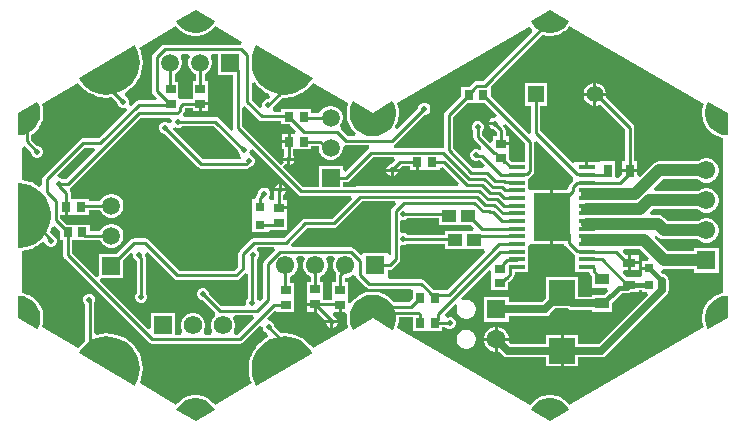
<source format=gbr>
G04*
G04 #@! TF.GenerationSoftware,Altium Limited,Altium Designer,25.8.1 (18)*
G04*
G04 Layer_Physical_Order=1*
G04 Layer_Color=255*
%FSLAX25Y25*%
%MOIN*%
G70*
G04*
G04 #@! TF.SameCoordinates,4BE62294-00A5-47EF-9B78-CB70749D35C4*
G04*
G04*
G04 #@! TF.FilePolarity,Positive*
G04*
G01*
G75*
%ADD13C,0.01000*%
%ADD16R,0.03197X0.02985*%
%ADD17R,0.05550X0.01400*%
%ADD18R,0.03543X0.03150*%
%ADD19R,0.02985X0.03197*%
%ADD20R,0.03740X0.03150*%
%ADD21R,0.03150X0.03150*%
%ADD22R,0.04355X0.02977*%
%ADD23R,0.02977X0.04355*%
%ADD24R,0.02756X0.02756*%
%ADD25R,0.08898X0.08504*%
%ADD26R,0.04749X0.03765*%
%ADD27R,0.03543X0.02953*%
%ADD28R,0.04748X0.04166*%
G04:AMPARAMS|DCode=29|XSize=39.37mil|YSize=39.37mil|CornerRadius=19.68mil|HoleSize=0mil|Usage=FLASHONLY|Rotation=150.000|XOffset=0mil|YOffset=0mil|HoleType=Round|Shape=RoundedRectangle|*
%AMROUNDEDRECTD29*
21,1,0.03937,0.00000,0,0,150.0*
21,1,0.00000,0.03937,0,0,150.0*
1,1,0.03937,0.00000,0.00000*
1,1,0.03937,0.00000,0.00000*
1,1,0.03937,0.00000,0.00000*
1,1,0.03937,0.00000,0.00000*
%
%ADD29ROUNDEDRECTD29*%
G04:AMPARAMS|DCode=30|XSize=39.37mil|YSize=39.37mil|CornerRadius=19.68mil|HoleSize=0mil|Usage=FLASHONLY|Rotation=90.000|XOffset=0mil|YOffset=0mil|HoleType=Round|Shape=RoundedRectangle|*
%AMROUNDEDRECTD30*
21,1,0.03937,0.00000,0,0,90.0*
21,1,0.00000,0.03937,0,0,90.0*
1,1,0.03937,0.00000,0.00000*
1,1,0.03937,0.00000,0.00000*
1,1,0.03937,0.00000,0.00000*
1,1,0.03937,0.00000,0.00000*
%
%ADD30ROUNDEDRECTD30*%
G04:AMPARAMS|DCode=31|XSize=39.37mil|YSize=39.37mil|CornerRadius=19.68mil|HoleSize=0mil|Usage=FLASHONLY|Rotation=210.000|XOffset=0mil|YOffset=0mil|HoleType=Round|Shape=RoundedRectangle|*
%AMROUNDEDRECTD31*
21,1,0.03937,0.00000,0,0,210.0*
21,1,0.00000,0.03937,0,0,210.0*
1,1,0.03937,0.00000,0.00000*
1,1,0.03937,0.00000,0.00000*
1,1,0.03937,0.00000,0.00000*
1,1,0.03937,0.00000,0.00000*
%
%ADD31ROUNDEDRECTD31*%
%ADD32R,0.12200X0.15900*%
%ADD40R,0.05984X0.05984*%
%ADD41C,0.05984*%
%ADD47R,0.05984X0.05984*%
%ADD48C,0.06181*%
%ADD49R,0.06181X0.06181*%
%ADD51C,0.01600*%
%ADD52C,0.02500*%
%ADD53C,0.04000*%
%ADD54C,0.01800*%
%ADD55C,0.06102*%
%ADD56R,0.06102X0.06102*%
%ADD57R,0.06102X0.06102*%
%ADD58C,0.05512*%
%ADD59R,0.05512X0.05512*%
%ADD60C,0.06299*%
%ADD61R,0.06299X0.06299*%
%ADD62C,0.01968*%
G36*
X64531Y64719D02*
X64219Y64143D01*
X63399Y63120D01*
X62410Y62259D01*
X61284Y61589D01*
X60056Y61129D01*
X58766Y60896D01*
X57455D01*
X56164Y61129D01*
X54936Y61589D01*
X53810Y62259D01*
X52821Y63120D01*
X52001Y64143D01*
X51688Y64719D01*
X51688Y64719D01*
X58110Y68416D01*
X64531Y64719D01*
D02*
G37*
G36*
X-53579D02*
X-53891Y64143D01*
X-54711Y63120D01*
X-55700Y62259D01*
X-56826Y61589D01*
X-58054Y61129D01*
X-59345Y60896D01*
X-60655D01*
X-61946Y61129D01*
X-63174Y61589D01*
X-64300Y62259D01*
X-65289Y63120D01*
X-66109Y64143D01*
X-66422Y64719D01*
X-66422Y64719D01*
X-60000Y68416D01*
X-53579Y64719D01*
D02*
G37*
G36*
X109439Y37145D02*
X109192Y36511D01*
X109176Y36421D01*
X109142Y36336D01*
X108891Y35049D01*
X108891Y34958D01*
X108872Y34868D01*
X108854Y33557D01*
X108871Y33467D01*
X108868Y33375D01*
X109084Y32082D01*
X109117Y31996D01*
X109130Y31906D01*
X109573Y30672D01*
X109620Y30593D01*
X109650Y30506D01*
X110305Y29371D01*
X110366Y29302D01*
X110410Y29222D01*
X111258Y28221D01*
X111329Y28164D01*
X111387Y28093D01*
X112399Y27259D01*
X112480Y27216D01*
X112550Y27156D01*
X113694Y26516D01*
X113781Y26488D01*
X113860Y26442D01*
X115100Y26016D01*
X115191Y26003D01*
X115277Y25972D01*
X115945Y25870D01*
Y-25870D01*
X115277Y-25972D01*
X115191Y-26003D01*
X115100Y-26016D01*
X113860Y-26442D01*
X113781Y-26488D01*
X113694Y-26516D01*
X112550Y-27156D01*
X112480Y-27216D01*
X112399Y-27259D01*
X111387Y-28093D01*
X111329Y-28164D01*
X111258Y-28221D01*
X110410Y-29222D01*
X110366Y-29302D01*
X110305Y-29371D01*
X109650Y-30506D01*
X109620Y-30593D01*
X109573Y-30672D01*
X109130Y-31906D01*
X109117Y-31996D01*
X109084Y-32082D01*
X108868Y-33375D01*
X108871Y-33467D01*
X108854Y-33557D01*
X108872Y-34868D01*
X108891Y-34958D01*
X108891Y-35049D01*
X109142Y-36336D01*
X109176Y-36421D01*
X109192Y-36511D01*
X109439Y-37145D01*
X64625Y-63019D01*
X64195Y-62482D01*
X64125Y-62423D01*
X64068Y-62351D01*
X63079Y-61490D01*
X63000Y-61445D01*
X62932Y-61383D01*
X61805Y-60712D01*
X61719Y-60682D01*
X61641Y-60633D01*
X60413Y-60174D01*
X60322Y-60159D01*
X60237Y-60126D01*
X58947Y-59892D01*
X58855Y-59894D01*
X58766Y-59876D01*
X57455D01*
X57364Y-59894D01*
X57273Y-59892D01*
X55983Y-60126D01*
X55897Y-60159D01*
X55807Y-60174D01*
X54579Y-60633D01*
X54501Y-60682D01*
X54415Y-60712D01*
X53288Y-61383D01*
X53220Y-61445D01*
X53141Y-61490D01*
X52152Y-62351D01*
X52096Y-62423D01*
X52025Y-62482D01*
X51595Y-63019D01*
X7137Y-37351D01*
X7428Y-36598D01*
X7444Y-36508D01*
X7478Y-36424D01*
X7739Y-35071D01*
X7739Y-34979D01*
X7757Y-34890D01*
X7769Y-33926D01*
X12308D01*
Y-38362D01*
X22230D01*
Y-37293D01*
X23278D01*
X23607Y-37622D01*
X24336Y-37924D01*
X25125D01*
X25855Y-37622D01*
X26413Y-37063D01*
X26715Y-36334D01*
Y-35545D01*
X26413Y-34815D01*
X25855Y-34257D01*
X25125Y-33955D01*
X24336D01*
X23974Y-34105D01*
X23372Y-33912D01*
X23072Y-32798D01*
X26487Y-29383D01*
X27288Y-29997D01*
X27275Y-30018D01*
X27060Y-30823D01*
Y-31657D01*
X27275Y-32462D01*
X27692Y-33184D01*
X28281Y-33773D01*
X29003Y-34190D01*
X29808Y-34405D01*
X30642D01*
X31447Y-34190D01*
X32168Y-33773D01*
X32758Y-33184D01*
X33174Y-32462D01*
X33390Y-31657D01*
Y-30823D01*
X33174Y-30018D01*
X32758Y-29296D01*
X32168Y-28707D01*
X31447Y-28290D01*
X30642Y-28074D01*
X29808D01*
X29003Y-28290D01*
X28982Y-28303D01*
X28367Y-27503D01*
X37657Y-18213D01*
X38581Y-18596D01*
Y-20200D01*
Y-24925D01*
X44124D01*
Y-22155D01*
X44331Y-22114D01*
X44827Y-21782D01*
X45930Y-20678D01*
X46262Y-20182D01*
X46378Y-19597D01*
Y-18898D01*
X50899D01*
Y-16339D01*
Y-13780D01*
Y-10118D01*
X51649Y-9515D01*
X51899Y-9515D01*
X58249D01*
Y-565D01*
Y8385D01*
X51899D01*
X51649Y8385D01*
X50899Y8989D01*
Y12287D01*
X50946Y12297D01*
X51443Y12628D01*
X52480Y13666D01*
X52812Y14162D01*
X52928Y14747D01*
Y24341D01*
X53744Y24766D01*
X53896Y24787D01*
X65811Y12872D01*
X65962Y12230D01*
X65811Y11588D01*
X64682Y10459D01*
X64350Y9962D01*
X64234Y9377D01*
Y9158D01*
X63461Y8385D01*
X59249D01*
Y-565D01*
Y-9515D01*
X62903D01*
X62936Y-9678D01*
X63267Y-10174D01*
X66055Y-12962D01*
X66551Y-13293D01*
X66599Y-13303D01*
Y-16339D01*
Y-18898D01*
X71215D01*
X71236Y-19003D01*
X71567Y-19499D01*
X72105Y-20037D01*
Y-24130D01*
X77114D01*
X77497Y-25054D01*
X76114Y-26437D01*
X72105D01*
Y-27025D01*
X67597D01*
Y-20497D01*
X56699D01*
Y-27756D01*
X55510Y-28946D01*
X44374D01*
Y-27090D01*
X36075D01*
Y-35390D01*
X44374D01*
Y-33534D01*
X56460D01*
X57338Y-33359D01*
X58082Y-32862D01*
X59944Y-31001D01*
X63989D01*
X64644Y-31438D01*
X65522Y-31613D01*
X72105D01*
Y-32201D01*
X78854D01*
Y-29176D01*
X82049Y-25981D01*
X83642D01*
X84383Y-25833D01*
X84817Y-25544D01*
X87808D01*
Y-24989D01*
X88882D01*
Y-25426D01*
X90335D01*
X90718Y-26350D01*
X74322Y-42746D01*
X67597D01*
Y-39788D01*
X62648D01*
Y-45040D01*
Y-50292D01*
X67597D01*
Y-47334D01*
X75273D01*
X76150Y-47159D01*
X76895Y-46662D01*
X97107Y-26449D01*
X97605Y-25705D01*
X97779Y-24827D01*
Y-21761D01*
X97605Y-20883D01*
X97107Y-20139D01*
X96363Y-19642D01*
X95861Y-19542D01*
X95206Y-18887D01*
X95673Y-17940D01*
X96100Y-17996D01*
X106222D01*
Y-19021D01*
X114324D01*
Y-10919D01*
X106222D01*
Y-11944D01*
X97354D01*
X93076Y-7667D01*
X93405Y-6582D01*
X93470Y-6569D01*
X94011Y-7109D01*
X94637Y-7590D01*
X95367Y-7893D01*
X96150Y-7996D01*
X107570D01*
X107786Y-8212D01*
X108710Y-8745D01*
X109740Y-9021D01*
X110807D01*
X111837Y-8745D01*
X112761Y-8212D01*
X113515Y-7457D01*
X114048Y-6534D01*
X114324Y-5503D01*
Y-4436D01*
X114048Y-3406D01*
X113515Y-2482D01*
X112761Y-1728D01*
X111837Y-1195D01*
X110807Y-919D01*
X109740D01*
X108710Y-1195D01*
X107786Y-1728D01*
X107570Y-1944D01*
X97404D01*
X96152Y-692D01*
X95525Y-212D01*
X94796Y91D01*
X94012Y194D01*
X91848D01*
X91465Y1118D01*
X92352Y2004D01*
X107570D01*
X107786Y1788D01*
X108710Y1255D01*
X109740Y979D01*
X110807D01*
X111837Y1255D01*
X112761Y1788D01*
X113515Y2543D01*
X114048Y3466D01*
X114324Y4497D01*
Y5564D01*
X114048Y6594D01*
X113515Y7518D01*
X112761Y8272D01*
X111837Y8805D01*
X110807Y9081D01*
X109740D01*
X108710Y8805D01*
X107786Y8272D01*
X107570Y8056D01*
X93087D01*
X92704Y8980D01*
X95728Y12004D01*
X107570D01*
X107786Y11788D01*
X108710Y11255D01*
X109740Y10979D01*
X110807D01*
X111837Y11255D01*
X112761Y11788D01*
X113515Y12543D01*
X114048Y13466D01*
X114324Y14497D01*
Y15563D01*
X114048Y16594D01*
X113515Y17518D01*
X112761Y18272D01*
X111837Y18805D01*
X110807Y19081D01*
X109740D01*
X108710Y18805D01*
X107786Y18272D01*
X107570Y18056D01*
X94475D01*
X93692Y17953D01*
X92962Y17651D01*
X92335Y17170D01*
X88159Y12993D01*
X87235Y13376D01*
Y14400D01*
X84746D01*
X82257D01*
Y13885D01*
X80951Y12579D01*
X79951Y12719D01*
Y18078D01*
X75021D01*
X74974Y18078D01*
Y18078D01*
X74149Y17769D01*
X74149Y17769D01*
X72101D01*
X71953Y17798D01*
X71806Y17769D01*
X70874D01*
Y16069D01*
X69874D01*
Y17769D01*
X66599D01*
Y17717D01*
X65675Y17334D01*
X54962Y28047D01*
Y36641D01*
X57189D01*
Y44153D01*
X49677D01*
Y36641D01*
X51903D01*
Y27728D01*
X51088Y27303D01*
X50935Y27282D01*
X38430Y39787D01*
Y42822D01*
X38430D01*
X38320Y43086D01*
X55517Y60283D01*
X55807Y60174D01*
X55897Y60159D01*
X55983Y60126D01*
X57273Y59892D01*
X57365Y59894D01*
X57455Y59876D01*
X58766D01*
X58855Y59894D01*
X58947Y59892D01*
X60237Y60126D01*
X60322Y60159D01*
X60413Y60174D01*
X61641Y60633D01*
X61719Y60682D01*
X61805Y60712D01*
X62932Y61383D01*
X63000Y61445D01*
X63079Y61490D01*
X64068Y62351D01*
X64125Y62423D01*
X64195Y62482D01*
X64625Y63019D01*
X109439Y37145D01*
D02*
G37*
G36*
X-44561Y57866D02*
X-44879Y56910D01*
X-70353D01*
X-70938Y56793D01*
X-71434Y56462D01*
X-74066Y53831D01*
X-74397Y53334D01*
X-74514Y52749D01*
Y41508D01*
X-74397Y40922D01*
X-74066Y40426D01*
X-72959Y39319D01*
X-73342Y38396D01*
X-79014D01*
X-79599Y38279D01*
X-80095Y37948D01*
X-81404Y36639D01*
X-82251Y37205D01*
X-82124Y37513D01*
Y38303D01*
X-82426Y39032D01*
X-82984Y39590D01*
X-83477Y39795D01*
X-83656Y40586D01*
X-83649Y40664D01*
X-83554Y40905D01*
X-82858Y41307D01*
X-82796Y41360D01*
X-82724Y41399D01*
X-81385Y42486D01*
X-81333Y42549D01*
X-81268Y42598D01*
X-80118Y43883D01*
X-80077Y43954D01*
X-80020Y44012D01*
X-79088Y45464D01*
X-79058Y45540D01*
X-79012Y45606D01*
X-78321Y47187D01*
X-78304Y47267D01*
X-78268Y47340D01*
X-77837Y49010D01*
X-77832Y49091D01*
X-77809Y49169D01*
X-77647Y50887D01*
X-77655Y50968D01*
X-77644Y51049D01*
X-77756Y52770D01*
X-77777Y52849D01*
X-77779Y52930D01*
X-78162Y54612D01*
X-78195Y54686D01*
X-78210Y54766D01*
X-78700Y55984D01*
X-66515Y63019D01*
X-66085Y62482D01*
X-66014Y62423D01*
X-65958Y62351D01*
X-64969Y61490D01*
X-64890Y61445D01*
X-64822Y61383D01*
X-63695Y60712D01*
X-63609Y60682D01*
X-63531Y60633D01*
X-62303Y60174D01*
X-62213Y60159D01*
X-62127Y60126D01*
X-60837Y59892D01*
X-60745Y59894D01*
X-60655Y59876D01*
X-59345D01*
X-59254Y59894D01*
X-59163Y59892D01*
X-57873Y60126D01*
X-57788Y60159D01*
X-57697Y60174D01*
X-56469Y60633D01*
X-56391Y60682D01*
X-56305Y60712D01*
X-55178Y61383D01*
X-55110Y61445D01*
X-55031Y61490D01*
X-54042Y62351D01*
X-53986Y62423D01*
X-53915Y62482D01*
X-53485Y63019D01*
X-44561Y57866D01*
D02*
G37*
G36*
X-21016Y45906D02*
X-21434Y45152D01*
X-22498Y43794D01*
X-23764Y42621D01*
X-25198Y41664D01*
X-26767Y40946D01*
X-28429Y40485D01*
X-30143Y40293D01*
X-31866Y40374D01*
X-33554Y40727D01*
X-35166Y41343D01*
X-36659Y42206D01*
X-37997Y43294D01*
X-39147Y44581D01*
X-40078Y46033D01*
X-40767Y47614D01*
X-41198Y49284D01*
X-41359Y51001D01*
X-41246Y52723D01*
X-40863Y54404D01*
X-40218Y56004D01*
X-39773Y56743D01*
X-39773D01*
X-21016Y45906D01*
D02*
G37*
G36*
X-79800Y55986D02*
X-79156Y54386D01*
X-78773Y52704D01*
X-78662Y50983D01*
X-78824Y49265D01*
X-79256Y47595D01*
X-79946Y46015D01*
X-80878Y44563D01*
X-82028Y43277D01*
X-83367Y42190D01*
X-84861Y41328D01*
X-86473Y40713D01*
X-88161Y40361D01*
X-89885Y40281D01*
X-91599Y40474D01*
X-93261Y40936D01*
X-94828Y41655D01*
X-96263Y42614D01*
X-97527Y43787D01*
X-98590Y45145D01*
X-99007Y45900D01*
X-99007Y45900D01*
X-80244Y56725D01*
X-79800Y55986D01*
D02*
G37*
G36*
X-9027Y37351D02*
X-9318Y36598D01*
X-9334Y36508D01*
X-9368Y36424D01*
X-9629Y35071D01*
X-9629Y34979D01*
X-9647Y34890D01*
X-9663Y33512D01*
X-9647Y33422D01*
X-9649Y33331D01*
X-9420Y31973D01*
X-9388Y31887D01*
X-9374Y31797D01*
X-8907Y30501D01*
X-8860Y30423D01*
X-8830Y30336D01*
X-8140Y29144D01*
X-8080Y29075D01*
X-8035Y28995D01*
X-7144Y27945D01*
X-7073Y27888D01*
X-7014Y27817D01*
X-6545Y27431D01*
X-6903Y26431D01*
X-9299D01*
X-11671Y28802D01*
X-11691Y28825D01*
X-11856Y30020D01*
X-11848Y30038D01*
X-11782Y30105D01*
X-11256Y31015D01*
X-10984Y32030D01*
Y33082D01*
X-11256Y34097D01*
X-11782Y35007D01*
X-12525Y35751D01*
X-13435Y36276D01*
X-14451Y36548D01*
X-15502D01*
X-16517Y36276D01*
X-17428Y35751D01*
X-18171Y35007D01*
X-18696Y34097D01*
X-18699Y34086D01*
X-21530D01*
Y35548D01*
X-31452D01*
Y34562D01*
X-33810D01*
X-34224Y35562D01*
X-34134Y35652D01*
X-33832Y36381D01*
Y36498D01*
X-31017Y39313D01*
X-30191Y39274D01*
X-30111Y39286D01*
X-30029Y39279D01*
X-28315Y39472D01*
X-28238Y39496D01*
X-28156Y39502D01*
X-26494Y39963D01*
X-26421Y40000D01*
X-26342Y40019D01*
X-24774Y40737D01*
X-24708Y40785D01*
X-24633Y40816D01*
X-23198Y41773D01*
X-23140Y41831D01*
X-23070Y41874D01*
X-21805Y43046D01*
X-21757Y43112D01*
X-21696Y43165D01*
X-20886Y44198D01*
X-9027Y37351D01*
D02*
G37*
G36*
X-61969Y52851D02*
X-62213Y52429D01*
X-62485Y51414D01*
Y50363D01*
X-62213Y49347D01*
X-61687Y48437D01*
X-60944Y47694D01*
X-60033Y47168D01*
X-60022Y47165D01*
Y44706D01*
X-60987D01*
Y38806D01*
X-64184D01*
X-64707Y38702D01*
X-64791Y38703D01*
X-65707Y39266D01*
Y44534D01*
X-66963D01*
Y47165D01*
X-66952Y47168D01*
X-66041Y47694D01*
X-65298Y48437D01*
X-64772Y49347D01*
X-64500Y50363D01*
Y51414D01*
X-64772Y52429D01*
X-65016Y52851D01*
X-64447Y53851D01*
X-62538D01*
X-61969Y52851D01*
D02*
G37*
G36*
X-40005Y44030D02*
X-39948Y43971D01*
X-39907Y43901D01*
X-38758Y42615D01*
X-38693Y42566D01*
X-38641Y42503D01*
X-37303Y41415D01*
X-37231Y41377D01*
X-37169Y41323D01*
X-35676Y40460D01*
X-35599Y40434D01*
X-35428Y40152D01*
X-35291Y39509D01*
X-35953Y38760D01*
X-36211D01*
X-36941Y38458D01*
X-37499Y37900D01*
X-37801Y37171D01*
Y36443D01*
X-37970Y36294D01*
X-38692Y35921D01*
X-41330Y38558D01*
Y44244D01*
X-40330Y44537D01*
X-40005Y44030D01*
D02*
G37*
G36*
X-52485Y46896D02*
X-47530D01*
Y29327D01*
X-47444Y28894D01*
X-47805Y28542D01*
X-48268Y28305D01*
X-52337Y32373D01*
X-52833Y32705D01*
X-53418Y32821D01*
X-63800D01*
X-64214Y33821D01*
X-64126Y33910D01*
X-63795Y34406D01*
X-63678Y34991D01*
Y35620D01*
X-63551Y35747D01*
X-60987D01*
Y34784D01*
X-58888D01*
Y37277D01*
X-58388D01*
Y37777D01*
X-55790D01*
Y39721D01*
Y44706D01*
X-56963D01*
Y47165D01*
X-56951Y47168D01*
X-56041Y47694D01*
X-55298Y48437D01*
X-54772Y49347D01*
X-54500Y50363D01*
Y51414D01*
X-54772Y52429D01*
X-55016Y52851D01*
X-54447Y53851D01*
X-52485D01*
Y46896D01*
D02*
G37*
G36*
X-67774Y31762D02*
X-67870Y31176D01*
X-68918Y30810D01*
X-69087Y30979D01*
X-69816Y31281D01*
X-70606D01*
X-71335Y30979D01*
X-71893Y30421D01*
X-72196Y29692D01*
Y28902D01*
X-71893Y28173D01*
X-71335Y27615D01*
X-70606Y27313D01*
X-70402D01*
X-59162Y16072D01*
X-58666Y15741D01*
X-58080Y15624D01*
X-42979D01*
X-42394Y15741D01*
X-41898Y16072D01*
X-41878Y16092D01*
X-41868D01*
X-41139Y16394D01*
X-40581Y16952D01*
X-40279Y17682D01*
Y18471D01*
X-40581Y19200D01*
X-41139Y19759D01*
X-41712Y19996D01*
X-41961Y20331D01*
X-42209Y21061D01*
X-42012Y21537D01*
Y21762D01*
X-41012Y22176D01*
X-25818Y6983D01*
X-25322Y6651D01*
X-24737Y6535D01*
X-8289D01*
X-7906Y5611D01*
X-14655Y-1137D01*
X-23555D01*
X-24140Y-1254D01*
X-24636Y-1585D01*
X-30608Y-7557D01*
X-40523D01*
X-41108Y-7673D01*
X-41604Y-8005D01*
X-45316Y-11717D01*
X-45648Y-12213D01*
X-45764Y-12799D01*
Y-17065D01*
X-47123Y-18424D01*
X-65442D01*
X-75860Y-8005D01*
X-76357Y-7673D01*
X-76942Y-7557D01*
X-80433D01*
X-81018Y-7673D01*
X-81514Y-8005D01*
X-86243Y-12734D01*
X-92065D01*
Y-20134D01*
X-93065Y-20548D01*
X-101162Y-12451D01*
Y-8257D01*
X-95262D01*
Y-8256D01*
X-91796D01*
X-91793Y-8267D01*
X-91267Y-9177D01*
X-90524Y-9921D01*
X-89613Y-10446D01*
X-88598Y-10718D01*
X-87547D01*
X-86532Y-10446D01*
X-85621Y-9921D01*
X-84878Y-9177D01*
X-84352Y-8267D01*
X-84080Y-7252D01*
Y-6201D01*
X-84352Y-5185D01*
X-84878Y-4275D01*
X-85621Y-3532D01*
X-86532Y-3006D01*
X-87547Y-2734D01*
X-88598D01*
X-89613Y-3006D01*
X-90524Y-3532D01*
X-91267Y-4275D01*
X-91793Y-5185D01*
X-91796Y-5197D01*
X-95262D01*
Y-3059D01*
X-103021D01*
X-105063Y-1017D01*
Y223D01*
X-103592D01*
Y2822D01*
X-102592D01*
Y223D01*
X-95662D01*
Y1744D01*
X-91796D01*
X-91793Y1733D01*
X-91267Y823D01*
X-90524Y79D01*
X-89613Y-446D01*
X-88598Y-718D01*
X-87547D01*
X-86532Y-446D01*
X-85621Y79D01*
X-84878Y823D01*
X-84352Y1733D01*
X-84080Y2748D01*
Y3799D01*
X-84352Y4815D01*
X-84878Y5725D01*
X-85621Y6468D01*
X-86532Y6994D01*
X-87547Y7266D01*
X-88598D01*
X-89613Y6994D01*
X-90524Y6468D01*
X-91267Y5725D01*
X-91793Y4815D01*
X-91796Y4803D01*
X-95662D01*
Y5421D01*
X-101562D01*
Y7328D01*
X-101679Y7913D01*
X-101788Y8077D01*
X-101914Y8602D01*
X-101541Y9354D01*
X-101522Y9367D01*
X-78305Y32583D01*
X-68368D01*
X-67774Y31762D01*
D02*
G37*
G36*
X-45981Y21691D02*
Y21537D01*
X-45678Y20808D01*
X-45120Y20249D01*
X-45119Y20249D01*
X-44724Y19088D01*
X-45017Y18683D01*
X-57447D01*
X-67634Y28870D01*
X-67622Y28943D01*
X-67401Y29111D01*
X-66528Y29434D01*
X-66090Y29253D01*
X-65301D01*
X-64571Y29555D01*
X-64364Y29762D01*
X-54052D01*
X-45981Y21691D01*
D02*
G37*
G36*
X117374Y34209D02*
X117383Y26799D01*
X116727Y26781D01*
X115431Y26980D01*
X114192Y27406D01*
X113048Y28046D01*
X112036Y28880D01*
X111188Y29881D01*
X110533Y31016D01*
X110090Y32250D01*
X109874Y33543D01*
X109892Y34854D01*
X110142Y36141D01*
X110618Y37363D01*
X110961Y37921D01*
X110961D01*
X117374Y34209D01*
D02*
G37*
G36*
X-112495Y37363D02*
X-112019Y36141D01*
X-111769Y34854D01*
X-111751Y33543D01*
X-111967Y32250D01*
X-112410Y31016D01*
X-113065Y29880D01*
X-113913Y28880D01*
X-114925Y28046D01*
X-116069Y27406D01*
X-117309Y26980D01*
X-118605Y26781D01*
X-119260Y26799D01*
Y26799D01*
X-119251Y34209D01*
X-112838Y37921D01*
X-112495Y37363D01*
D02*
G37*
G36*
X-945Y34321D02*
X5621Y38103D01*
X5980Y37515D01*
X6477Y36230D01*
X6738Y34878D01*
X6754Y33501D01*
X6525Y32142D01*
X6058Y30847D01*
X5368Y29655D01*
X4477Y28604D01*
X3413Y27729D01*
X2211Y27057D01*
X908Y26610D01*
X-454Y26401D01*
X-945Y26414D01*
X-1436Y26401D01*
X-2798Y26610D01*
X-4101Y27057D01*
X-5303Y27729D01*
X-6367Y28604D01*
X-7258Y29655D01*
X-7948Y30847D01*
X-8415Y32142D01*
X-8644Y33501D01*
X-8628Y34878D01*
X-8367Y36230D01*
X-7870Y37515D01*
X-7511Y38103D01*
Y38103D01*
X-945Y34321D01*
D02*
G37*
G36*
X40320Y33571D02*
X39839Y32638D01*
X39369D01*
X38640Y32336D01*
X38082Y31778D01*
X37824Y31154D01*
X39764D01*
Y30154D01*
X37824D01*
X38082Y29530D01*
X38640Y28972D01*
X39369Y28670D01*
X39414D01*
X40317Y27767D01*
Y26508D01*
X39075D01*
Y24706D01*
X38151Y24324D01*
X35603Y26871D01*
Y28201D01*
X35681Y28278D01*
X35983Y29008D01*
Y29797D01*
X35681Y30526D01*
X35122Y31084D01*
X34393Y31387D01*
X33604D01*
X32875Y31084D01*
X32316Y30526D01*
X32014Y29797D01*
Y29008D01*
X32316Y28278D01*
X32545Y28050D01*
Y26238D01*
X32661Y25653D01*
X32993Y25157D01*
X35141Y23008D01*
X35010Y22001D01*
X34892Y21843D01*
X34581Y21825D01*
X33851Y22127D01*
X33062D01*
X32333Y21825D01*
X31775Y21267D01*
X31472Y20538D01*
Y19748D01*
X31775Y19019D01*
X32333Y18461D01*
X33062Y18159D01*
X33851D01*
X34390Y18382D01*
X34846D01*
X36373Y16855D01*
X35959Y15855D01*
X32602D01*
X25879Y22579D01*
Y32832D01*
X30671Y37625D01*
X36267D01*
X40320Y33571D01*
D02*
G37*
G36*
X52094Y62263D02*
X52216Y61308D01*
X35759Y44851D01*
X33823D01*
X33238Y44735D01*
X32742Y44403D01*
X31863Y43525D01*
X31532Y43029D01*
X31531Y43023D01*
X31330Y42822D01*
X28508D01*
Y39787D01*
X23268Y34547D01*
X22936Y34051D01*
X22820Y33466D01*
Y22787D01*
X22484Y22511D01*
X6208D01*
X6022Y23418D01*
X6041Y23511D01*
X6504Y23820D01*
X16307Y33623D01*
X16686D01*
X17415Y33925D01*
X17974Y34483D01*
X18276Y35213D01*
Y36002D01*
X17974Y36731D01*
X17415Y37290D01*
X16686Y37592D01*
X15897D01*
X15167Y37290D01*
X14609Y36731D01*
X14307Y36002D01*
Y35949D01*
X7273Y28916D01*
X6474Y29530D01*
X6940Y30336D01*
X6970Y30422D01*
X7017Y30501D01*
X7484Y31797D01*
X7498Y31887D01*
X7530Y31973D01*
X7759Y33331D01*
X7757Y33422D01*
X7773Y33512D01*
X7757Y34890D01*
X7739Y34979D01*
X7739Y35071D01*
X7478Y36423D01*
X7444Y36508D01*
X7428Y36598D01*
X7137Y37351D01*
X51074Y62717D01*
X52094Y62263D01*
D02*
G37*
G36*
X-98330Y43159D02*
X-98268Y43105D01*
X-98221Y43039D01*
X-96956Y41866D01*
X-96887Y41824D01*
X-96829Y41766D01*
X-95395Y40808D01*
X-95319Y40777D01*
X-95253Y40729D01*
X-93686Y40009D01*
X-93606Y39991D01*
X-93534Y39954D01*
X-91872Y39492D01*
X-91790Y39486D01*
X-91713Y39461D01*
X-89999Y39268D01*
X-89918Y39274D01*
X-89837Y39262D01*
X-88114Y39343D01*
X-88035Y39362D01*
X-87953Y39363D01*
X-87787Y39398D01*
X-86092Y37703D01*
Y37513D01*
X-85790Y36784D01*
X-85232Y36226D01*
X-84503Y35924D01*
X-83713D01*
X-83405Y36051D01*
X-82839Y35204D01*
X-92341Y25702D01*
X-97561D01*
X-98146Y25585D01*
X-98642Y25254D01*
X-110582Y13314D01*
X-110914Y12818D01*
X-111030Y12232D01*
Y10040D01*
X-112030Y9523D01*
X-112912Y10150D01*
X-112986Y10183D01*
X-113051Y10233D01*
X-114597Y10997D01*
X-114676Y11018D01*
X-114748Y11056D01*
X-116395Y11566D01*
X-116477Y11575D01*
X-116553Y11602D01*
X-117834Y11783D01*
Y22622D01*
X-116834Y23037D01*
X-114866Y21068D01*
Y20852D01*
X-114564Y20122D01*
X-114005Y19564D01*
X-113276Y19262D01*
X-112487D01*
X-111758Y19564D01*
X-111199Y20122D01*
X-110897Y20852D01*
Y21641D01*
X-111199Y22370D01*
X-111758Y22929D01*
X-112487Y23231D01*
X-112703D01*
X-114797Y25324D01*
Y26950D01*
X-114427Y27156D01*
X-114357Y27216D01*
X-114276Y27259D01*
X-113264Y28093D01*
X-113206Y28164D01*
X-113135Y28221D01*
X-112287Y29222D01*
X-112243Y29302D01*
X-112182Y29371D01*
X-111527Y30506D01*
X-111497Y30593D01*
X-111450Y30672D01*
X-111007Y31906D01*
X-110994Y31996D01*
X-110961Y32082D01*
X-110745Y33375D01*
X-110748Y33467D01*
X-110731Y33557D01*
X-110749Y34868D01*
X-110768Y34958D01*
X-110768Y35049D01*
X-111019Y36336D01*
X-111053Y36421D01*
X-111069Y36511D01*
X-111319Y37151D01*
X-99134Y44186D01*
X-98330Y43159D01*
D02*
G37*
G36*
X49869Y24022D02*
Y17769D01*
X45512D01*
X44618Y18662D01*
Y21358D01*
Y23433D01*
X41847D01*
Y24433D01*
X44618D01*
Y26508D01*
X43376D01*
Y28400D01*
X43260Y28985D01*
X42928Y29482D01*
X42446Y29963D01*
X42455Y30022D01*
X43522Y30369D01*
X49869Y24022D01*
D02*
G37*
G36*
X-39048Y31951D02*
X-38552Y31620D01*
X-37967Y31503D01*
X-31452D01*
Y30351D01*
X-28630D01*
X-28429Y30150D01*
X-28428Y30145D01*
X-28096Y29648D01*
X-26612Y28164D01*
X-26995Y27240D01*
X-28354D01*
Y24642D01*
X-28854D01*
Y24142D01*
X-31347D01*
Y22043D01*
X-30449D01*
Y20028D01*
X-30666Y19810D01*
X-30925Y19186D01*
X-27044D01*
X-27302Y19810D01*
X-27390Y19898D01*
Y22043D01*
X-21425D01*
Y23112D01*
X-19044D01*
X-18969Y23037D01*
Y22030D01*
X-18696Y21015D01*
X-18171Y20105D01*
X-17428Y19362D01*
X-16517Y18836D01*
X-15502Y18564D01*
X-14451D01*
X-13435Y18836D01*
X-12525Y19362D01*
X-11782Y20105D01*
X-11256Y21015D01*
X-10984Y22030D01*
Y22639D01*
X-10934Y22730D01*
X-10210Y23334D01*
X-10032Y23392D01*
X-9933Y23372D01*
X-2274D01*
X-2088Y22465D01*
X-2108Y22372D01*
X-2570Y22063D01*
X-9984Y14649D01*
X-10984Y15063D01*
Y16548D01*
X-18969D01*
Y9593D01*
X-24103D01*
X-30801Y16291D01*
X-30108Y17004D01*
X-29484Y16746D01*
Y18186D01*
X-30925D01*
X-30666Y17562D01*
X-31379Y16869D01*
X-44471Y29961D01*
Y35959D01*
X-43471Y36373D01*
X-39048Y31951D01*
D02*
G37*
G36*
X-93495Y21719D02*
X-103138Y12076D01*
X-104196D01*
X-104377Y12258D01*
X-105106Y12560D01*
X-105596D01*
X-106082Y13460D01*
X-106087Y13484D01*
X-96927Y22643D01*
X-93878D01*
X-93495Y21719D01*
D02*
G37*
G36*
X6543Y18452D02*
X5113Y17023D01*
X5083D01*
X4354Y16721D01*
X3795Y16162D01*
X3537Y15538D01*
X7955D01*
X8770Y16354D01*
X11450D01*
Y15284D01*
X13442D01*
Y17883D01*
X14442D01*
Y15284D01*
X21372D01*
Y15829D01*
X22372Y16103D01*
X27696Y10779D01*
X27313Y9855D01*
X-5857D01*
X-6443Y9738D01*
X-6659Y9593D01*
X-10984D01*
Y11027D01*
X-9914D01*
X-9329Y11143D01*
X-8833Y11475D01*
X-855Y19452D01*
X6129D01*
X6543Y18452D01*
D02*
G37*
G36*
X21023Y-3148D02*
X31916D01*
X32894Y-4127D01*
X32512Y-5051D01*
X23057D01*
Y-6343D01*
X10558D01*
X10405Y-6190D01*
X9676Y-5888D01*
X8887D01*
X8239Y-5455D01*
Y-1787D01*
X8887Y-1354D01*
X9676D01*
X10405Y-1052D01*
X10558Y-900D01*
X21023D01*
Y-3148D01*
D02*
G37*
G36*
X-105183Y-5222D02*
Y-8257D01*
X-104220D01*
Y-13084D01*
X-104104Y-13670D01*
X-103772Y-14166D01*
X-75651Y-42287D01*
X-75155Y-42619D01*
X-74569Y-42735D01*
X-45145D01*
X-44559Y-42619D01*
X-44063Y-42287D01*
X-38674Y-36898D01*
X-37674Y-37312D01*
Y-37648D01*
X-37372Y-38378D01*
X-36814Y-38936D01*
X-36084Y-39238D01*
X-35806Y-40212D01*
X-35919Y-40601D01*
X-37143Y-41307D01*
X-37204Y-41360D01*
X-37276Y-41399D01*
X-38615Y-42486D01*
X-38667Y-42549D01*
X-38732Y-42598D01*
X-39882Y-43883D01*
X-39923Y-43954D01*
X-39980Y-44012D01*
X-40912Y-45464D01*
X-40942Y-45540D01*
X-40988Y-45606D01*
X-41679Y-47187D01*
X-41696Y-47267D01*
X-41732Y-47340D01*
X-42163Y-49010D01*
X-42168Y-49091D01*
X-42191Y-49169D01*
X-42353Y-50887D01*
X-42345Y-50968D01*
X-42356Y-51049D01*
X-42244Y-52770D01*
X-42223Y-52849D01*
X-42221Y-52930D01*
X-41838Y-54612D01*
X-41805Y-54686D01*
X-41790Y-54766D01*
X-41300Y-55984D01*
X-53485Y-63019D01*
X-53915Y-62482D01*
X-53986Y-62423D01*
X-54042Y-62351D01*
X-55031Y-61490D01*
X-55110Y-61445D01*
X-55178Y-61383D01*
X-56305Y-60712D01*
X-56391Y-60682D01*
X-56469Y-60633D01*
X-57697Y-60174D01*
X-57788Y-60159D01*
X-57873Y-60126D01*
X-59163Y-59892D01*
X-59254Y-59894D01*
X-59345Y-59876D01*
X-60655D01*
X-60746Y-59894D01*
X-60837Y-59892D01*
X-62127Y-60126D01*
X-62213Y-60159D01*
X-62303Y-60174D01*
X-63531Y-60633D01*
X-63609Y-60682D01*
X-63695Y-60712D01*
X-64822Y-61383D01*
X-64890Y-61445D01*
X-64969Y-61490D01*
X-65958Y-62351D01*
X-66014Y-62423D01*
X-66085Y-62482D01*
X-66515Y-63019D01*
X-78679Y-55995D01*
X-78192Y-54786D01*
X-78176Y-54706D01*
X-78143Y-54631D01*
X-77759Y-52949D01*
X-77757Y-52868D01*
X-77736Y-52789D01*
X-77623Y-51068D01*
X-77634Y-50987D01*
X-77626Y-50906D01*
X-77787Y-49189D01*
X-77810Y-49111D01*
X-77815Y-49029D01*
X-78245Y-47359D01*
X-78281Y-47286D01*
X-78298Y-47206D01*
X-78988Y-45625D01*
X-79034Y-45558D01*
X-79064Y-45482D01*
X-79995Y-44030D01*
X-80052Y-43971D01*
X-80093Y-43901D01*
X-81242Y-42615D01*
X-81307Y-42566D01*
X-81359Y-42503D01*
X-82697Y-41415D01*
X-82769Y-41377D01*
X-82831Y-41323D01*
X-84324Y-40460D01*
X-84401Y-40434D01*
X-84470Y-40390D01*
X-86082Y-39775D01*
X-86162Y-39761D01*
X-86237Y-39729D01*
X-87925Y-39376D01*
X-88007Y-39375D01*
X-88086Y-39355D01*
X-89809Y-39274D01*
X-89889Y-39286D01*
X-89971Y-39279D01*
X-91685Y-39472D01*
X-91763Y-39496D01*
X-91844Y-39502D01*
X-92753Y-39755D01*
X-93753Y-38994D01*
Y-29204D01*
X-93697Y-29148D01*
X-93395Y-28419D01*
Y-27630D01*
X-93697Y-26900D01*
X-94256Y-26342D01*
X-94985Y-26040D01*
X-95774D01*
X-96504Y-26342D01*
X-97062Y-26900D01*
X-97364Y-27630D01*
Y-28419D01*
X-97062Y-29148D01*
X-96812Y-29398D01*
Y-41648D01*
X-96789Y-41764D01*
X-96802Y-41773D01*
X-96860Y-41831D01*
X-96930Y-41874D01*
X-98195Y-43046D01*
X-98243Y-43112D01*
X-98304Y-43165D01*
X-99114Y-44198D01*
X-111319Y-37151D01*
X-111069Y-36511D01*
X-111053Y-36421D01*
X-111019Y-36336D01*
X-110768Y-35049D01*
X-110768Y-34958D01*
X-110749Y-34868D01*
X-110731Y-33557D01*
X-110748Y-33467D01*
X-110745Y-33375D01*
X-110961Y-32082D01*
X-110994Y-31996D01*
X-111007Y-31906D01*
X-111450Y-30672D01*
X-111497Y-30593D01*
X-111527Y-30506D01*
X-112182Y-29371D01*
X-112243Y-29302D01*
X-112287Y-29222D01*
X-113135Y-28221D01*
X-113206Y-28164D01*
X-113264Y-28093D01*
X-114276Y-27259D01*
X-114357Y-27216D01*
X-114427Y-27157D01*
X-115571Y-26516D01*
X-115658Y-26488D01*
X-115737Y-26442D01*
X-116977Y-26016D01*
X-117068Y-26003D01*
X-117154Y-25972D01*
X-117834Y-25868D01*
Y-11807D01*
X-116561Y-11627D01*
X-116484Y-11600D01*
X-116403Y-11592D01*
X-114754Y-11083D01*
X-114683Y-11044D01*
X-114604Y-11023D01*
X-113057Y-10260D01*
X-112993Y-10211D01*
X-112918Y-10177D01*
X-111511Y-9179D01*
X-111455Y-9120D01*
X-111387Y-9075D01*
X-111171Y-8863D01*
X-110867Y-8872D01*
X-110056Y-9170D01*
X-109869Y-9622D01*
X-109310Y-10180D01*
X-108581Y-10482D01*
X-107792D01*
X-107062Y-10180D01*
X-106504Y-9622D01*
X-106202Y-8892D01*
Y-8103D01*
X-106504Y-7374D01*
X-107062Y-6815D01*
X-107571Y-6605D01*
X-108605Y-5571D01*
X-108148Y-4687D01*
X-108125Y-4609D01*
X-108085Y-4538D01*
X-107886Y-3934D01*
X-106744Y-3662D01*
X-105183Y-5222D01*
D02*
G37*
G36*
X-116697Y10592D02*
X-115049Y10082D01*
X-113502Y9318D01*
X-112096Y8319D01*
X-110866Y7111D01*
X-109842Y5722D01*
X-109051Y4189D01*
X-108513Y2550D01*
X-108240Y847D01*
X-108241Y-878D01*
X-108514Y-2581D01*
X-109054Y-4219D01*
X-109846Y-5752D01*
X-110870Y-7140D01*
X-112101Y-8348D01*
X-113508Y-9346D01*
X-115055Y-10109D01*
X-116703Y-10617D01*
X-118411Y-10859D01*
X-119274Y-10843D01*
Y-10843D01*
X-119267Y10819D01*
X-118405Y10835D01*
X-116697Y10592D01*
D02*
G37*
G36*
X6847Y3872D02*
X5628Y2653D01*
X5297Y2157D01*
X5180Y1571D01*
Y-13110D01*
X5013Y-13222D01*
X4013Y-12687D01*
Y-12596D01*
X-4089D01*
Y-12690D01*
X-5013Y-13073D01*
X-7071Y-11014D01*
X-7567Y-10683D01*
X-8153Y-10566D01*
X-27878D01*
X-28292Y-9566D01*
X-22922Y-4196D01*
X-14021D01*
X-13436Y-4080D01*
X-12940Y-3748D01*
X-4395Y4796D01*
X6465D01*
X6847Y3872D01*
D02*
G37*
G36*
X91086Y-14235D02*
X90703Y-15158D01*
X88882D01*
Y-17037D01*
X91260D01*
Y-18036D01*
X88882D01*
Y-19670D01*
X88882Y-19914D01*
X88882D01*
Y-20114D01*
X88709Y-20327D01*
X87808Y-20567D01*
Y-20567D01*
X83616D01*
X82310Y-19260D01*
X82724Y-18260D01*
X84131D01*
Y-15772D01*
Y-13283D01*
X83616D01*
X82522Y-12189D01*
X82905Y-11265D01*
X88116D01*
X91086Y-14235D01*
D02*
G37*
G36*
X23057Y-11217D02*
X35986D01*
X36604Y-12014D01*
X23686Y-24931D01*
X20730D01*
X20582Y-24961D01*
X19408D01*
X19207Y-24760D01*
X19206Y-24754D01*
X18874Y-24258D01*
X16364Y-21748D01*
X15868Y-21416D01*
X15283Y-21300D01*
X4764D01*
X4013Y-20698D01*
Y-18176D01*
X4653D01*
X5238Y-18060D01*
X5734Y-17728D01*
X7791Y-15671D01*
X8123Y-15175D01*
X8239Y-14590D01*
Y-10289D01*
X8887Y-9856D01*
X9676D01*
X10405Y-9554D01*
X10558Y-9402D01*
X23057D01*
Y-11217D01*
D02*
G37*
G36*
X908Y-26610D02*
X2211Y-27057D01*
X3413Y-27729D01*
X4477Y-28604D01*
X5368Y-29655D01*
X6058Y-30847D01*
X6525Y-32142D01*
X6754Y-33501D01*
X6738Y-34878D01*
X6477Y-36230D01*
X5980Y-37515D01*
X5621Y-38103D01*
X-945Y-34321D01*
X-7511Y-38103D01*
X-7870Y-37515D01*
X-8367Y-36230D01*
X-8628Y-34878D01*
X-8644Y-33501D01*
X-8415Y-32142D01*
X-7948Y-30847D01*
X-7258Y-29655D01*
X-6367Y-28604D01*
X-5303Y-27729D01*
X-4101Y-27057D01*
X-2798Y-26610D01*
X-1436Y-26401D01*
X-945Y-26414D01*
X-454Y-26401D01*
X908Y-26610D01*
D02*
G37*
G36*
X-13548Y-14625D02*
X-13813Y-15083D01*
X-14089Y-16114D01*
Y-17180D01*
X-13813Y-18211D01*
X-13280Y-19134D01*
X-13216Y-19198D01*
X-13237Y-19229D01*
X-13353Y-19814D01*
Y-22260D01*
X-14423D01*
Y-28115D01*
X-17576D01*
Y-22169D01*
X-18508D01*
Y-20431D01*
X-18474Y-20422D01*
X-17550Y-19889D01*
X-16796Y-19134D01*
X-16263Y-18211D01*
X-15987Y-17180D01*
Y-16114D01*
X-16263Y-15083D01*
X-16527Y-14625D01*
X-15975Y-13625D01*
X-14101D01*
X-13548Y-14625D01*
D02*
G37*
G36*
X-33606Y-11616D02*
X-36970Y-14980D01*
X-37302Y-15476D01*
X-37418Y-16062D01*
Y-27588D01*
X-38317Y-28486D01*
X-39433Y-28189D01*
X-39543Y-27924D01*
X-39559Y-27909D01*
Y-14442D01*
X-39269Y-14152D01*
X-38967Y-13423D01*
Y-12633D01*
X-39269Y-11904D01*
X-39516Y-11657D01*
X-39544Y-11580D01*
X-39176Y-10616D01*
X-34020D01*
X-33606Y-11616D01*
D02*
G37*
G36*
X-7425Y-19940D02*
X-6545Y-20298D01*
X-6529Y-20378D01*
X-6197Y-20874D01*
X-3161Y-23911D01*
X-2664Y-24242D01*
X-2079Y-24359D01*
X11557D01*
X12308Y-24961D01*
Y-27889D01*
X11206Y-28991D01*
X6142D01*
X5254Y-27945D01*
X5182Y-27888D01*
X5124Y-27817D01*
X4061Y-26942D01*
X3980Y-26899D01*
X3910Y-26839D01*
X2708Y-26167D01*
X2621Y-26139D01*
X2542Y-26093D01*
X1239Y-25646D01*
X1148Y-25633D01*
X1062Y-25602D01*
X-299Y-25394D01*
X-391Y-25398D01*
X-481Y-25382D01*
X-945Y-25394D01*
X-1409Y-25382D01*
X-1499Y-25398D01*
X-1591Y-25394D01*
X-2952Y-25602D01*
X-3038Y-25633D01*
X-3129Y-25646D01*
X-4432Y-26093D01*
X-4511Y-26139D01*
X-4598Y-26167D01*
X-5800Y-26839D01*
X-5870Y-26899D01*
X-5951Y-26942D01*
X-7014Y-27817D01*
X-7073Y-27888D01*
X-7144Y-27945D01*
X-8035Y-28995D01*
X-8080Y-29075D01*
X-8140Y-29144D01*
X-8225Y-29291D01*
X-9225Y-29022D01*
Y-27245D01*
Y-22260D01*
X-10294D01*
Y-20698D01*
X-9504D01*
X-8474Y-20422D01*
X-7614Y-19925D01*
X-7425Y-19940D01*
D02*
G37*
G36*
X-67157Y-21035D02*
X-66660Y-21366D01*
X-66075Y-21482D01*
X-46490D01*
X-45904Y-21366D01*
X-45408Y-21035D01*
X-43617Y-19244D01*
X-42617Y-19658D01*
Y-27635D01*
X-42907Y-27924D01*
X-43209Y-28654D01*
Y-29443D01*
X-43951Y-30265D01*
X-51377D01*
X-55598Y-26045D01*
Y-25781D01*
X-55900Y-25051D01*
X-56458Y-24493D01*
X-57188Y-24191D01*
X-57977D01*
X-58706Y-24493D01*
X-59264Y-25051D01*
X-59567Y-25781D01*
Y-26570D01*
X-59264Y-27299D01*
X-58706Y-27858D01*
X-57977Y-28160D01*
X-57809D01*
X-53630Y-32338D01*
X-53389Y-33268D01*
X-53683Y-33656D01*
X-54131Y-34104D01*
X-54669Y-35037D01*
X-54948Y-36077D01*
Y-37154D01*
X-54669Y-38194D01*
X-54391Y-38677D01*
X-54932Y-39677D01*
X-56783D01*
X-57324Y-38677D01*
X-57046Y-38194D01*
X-56767Y-37154D01*
Y-36077D01*
X-57046Y-35037D01*
X-57584Y-34104D01*
X-58346Y-33342D01*
X-59279Y-32804D01*
X-60319Y-32525D01*
X-61396D01*
X-62436Y-32804D01*
X-63369Y-33342D01*
X-64131Y-34104D01*
X-64669Y-35037D01*
X-64948Y-36077D01*
Y-37154D01*
X-64669Y-38194D01*
X-64391Y-38677D01*
X-64932Y-39677D01*
X-66767D01*
Y-32525D01*
X-74948D01*
Y-37358D01*
X-75872Y-37741D01*
X-91894Y-21718D01*
X-91480Y-20718D01*
X-84080D01*
Y-14897D01*
X-81645Y-12462D01*
X-80987Y-12744D01*
X-80726Y-12957D01*
Y-13645D01*
X-80424Y-14374D01*
X-79866Y-14932D01*
X-79636Y-15028D01*
Y-25890D01*
X-79788Y-26043D01*
X-80090Y-26772D01*
Y-27562D01*
X-79788Y-28291D01*
X-79230Y-28849D01*
X-78501Y-29151D01*
X-77711D01*
X-76982Y-28849D01*
X-76424Y-28291D01*
X-76122Y-27562D01*
Y-26772D01*
X-76424Y-26043D01*
X-76577Y-25890D01*
Y-14148D01*
X-76693Y-13562D01*
X-76758Y-13466D01*
Y-12855D01*
X-76763Y-12843D01*
X-75915Y-12276D01*
X-67157Y-21035D01*
D02*
G37*
G36*
X-23548Y-14625D02*
X-23813Y-15083D01*
X-24089Y-16114D01*
Y-17180D01*
X-23813Y-18211D01*
X-23280Y-19134D01*
X-22525Y-19889D01*
X-21601Y-20422D01*
X-21567Y-20431D01*
Y-22169D01*
X-22774D01*
Y-27154D01*
Y-29098D01*
X-20175D01*
Y-29599D01*
X-19675D01*
Y-32155D01*
X-16826Y-35005D01*
X-12645D01*
X-12903Y-34381D01*
X-13461Y-33823D01*
X-13838Y-33667D01*
X-14323Y-33182D01*
X-13909Y-32182D01*
X-12324D01*
Y-29689D01*
X-11324D01*
Y-32182D01*
X-10230D01*
X-9584Y-32945D01*
X-9649Y-33331D01*
X-9647Y-33423D01*
X-9663Y-33512D01*
X-9647Y-34890D01*
X-9629Y-34979D01*
X-9629Y-35071D01*
X-9368Y-36424D01*
X-9334Y-36508D01*
X-9318Y-36598D01*
X-9027Y-37351D01*
X-20866Y-44186D01*
X-21670Y-43159D01*
X-21732Y-43105D01*
X-21779Y-43039D01*
X-23044Y-41866D01*
X-23113Y-41824D01*
X-23171Y-41766D01*
X-24605Y-40808D01*
X-24681Y-40777D01*
X-24747Y-40729D01*
X-26314Y-40009D01*
X-26394Y-39991D01*
X-26466Y-39954D01*
X-28128Y-39492D01*
X-28209Y-39486D01*
X-28287Y-39461D01*
X-30001Y-39268D01*
X-30082Y-39274D01*
X-30163Y-39262D01*
X-31458Y-39323D01*
X-33705Y-37075D01*
Y-36859D01*
X-34008Y-36130D01*
X-34566Y-35572D01*
X-35295Y-35270D01*
X-35631D01*
X-36045Y-34270D01*
X-33540Y-31764D01*
X-32539Y-32178D01*
Y-32293D01*
X-27342D01*
Y-27356D01*
Y-22371D01*
X-28508D01*
Y-20431D01*
X-28474Y-20422D01*
X-27550Y-19889D01*
X-26796Y-19134D01*
X-26263Y-18211D01*
X-25987Y-17180D01*
Y-16114D01*
X-26263Y-15083D01*
X-26527Y-14625D01*
X-25975Y-13625D01*
X-24101D01*
X-23548Y-14625D01*
D02*
G37*
G36*
X117383Y-26799D02*
X117383Y-26799D01*
X117374Y-34209D01*
X110961Y-37921D01*
X110618Y-37363D01*
X110142Y-36141D01*
X109892Y-34854D01*
X109874Y-33543D01*
X110090Y-32250D01*
X110533Y-31016D01*
X111188Y-29881D01*
X112036Y-28880D01*
X113048Y-28046D01*
X114192Y-27406D01*
X115431Y-26980D01*
X116727Y-26781D01*
X117383Y-26799D01*
D02*
G37*
G36*
X-117309Y-26980D02*
X-116069Y-27406D01*
X-114925Y-28046D01*
X-113913Y-28880D01*
X-113065Y-29881D01*
X-112410Y-31016D01*
X-111967Y-32250D01*
X-111751Y-33543D01*
X-111769Y-34854D01*
X-112019Y-36141D01*
X-112495Y-37363D01*
X-112838Y-37921D01*
X-112838Y-37921D01*
X-119251Y-34209D01*
X-119260Y-26799D01*
X-118605Y-26781D01*
X-117309Y-26980D01*
D02*
G37*
G36*
X5621Y-38103D02*
X5621D01*
D01*
X5621D01*
D02*
G37*
G36*
X-40426Y-34324D02*
X-45778Y-39677D01*
X-46783D01*
X-47324Y-38677D01*
X-47046Y-38194D01*
X-46767Y-37154D01*
Y-36077D01*
X-47046Y-35037D01*
X-47457Y-34324D01*
X-47196Y-33627D01*
X-46950Y-33324D01*
X-40840D01*
X-40426Y-34324D01*
D02*
G37*
G36*
X-28401Y-40474D02*
X-26739Y-40936D01*
X-25172Y-41655D01*
X-23737Y-42614D01*
X-22473Y-43787D01*
X-21410Y-45145D01*
X-20992Y-45900D01*
X-39756Y-56725D01*
X-40200Y-55986D01*
X-40844Y-54386D01*
X-41227Y-52704D01*
X-41338Y-50983D01*
X-41176Y-49265D01*
X-40745Y-47595D01*
X-40054Y-46015D01*
X-39122Y-44563D01*
X-37972Y-43277D01*
X-36633Y-42190D01*
X-35139Y-41328D01*
X-33527Y-40713D01*
X-31839Y-40361D01*
X-30116Y-40281D01*
X-28401Y-40474D01*
D02*
G37*
G36*
X-88134Y-40374D02*
X-86446Y-40727D01*
X-84834Y-41343D01*
X-83341Y-42206D01*
X-82003Y-43294D01*
X-80853Y-44581D01*
X-79922Y-46033D01*
X-79233Y-47614D01*
X-78802Y-49284D01*
X-78641Y-51001D01*
X-78754Y-52723D01*
X-79137Y-54404D01*
X-79782Y-56004D01*
X-80227Y-56743D01*
Y-56743D01*
X-98984Y-45906D01*
X-98566Y-45152D01*
X-97502Y-43794D01*
X-96236Y-42621D01*
X-94802Y-41664D01*
X-93233Y-40946D01*
X-91571Y-40485D01*
X-89857Y-40293D01*
X-88134Y-40374D01*
D02*
G37*
G36*
X60056Y-61129D02*
X61284Y-61589D01*
X62410Y-62259D01*
X63399Y-63120D01*
X64219Y-64143D01*
X64531Y-64719D01*
X58110Y-68416D01*
X51688Y-64719D01*
X52001Y-64143D01*
X52821Y-63120D01*
X53810Y-62259D01*
X54936Y-61589D01*
X56164Y-61129D01*
X57455Y-60896D01*
X58766D01*
X60056Y-61129D01*
D02*
G37*
G36*
X-58054D02*
X-56826Y-61589D01*
X-55700Y-62259D01*
X-54711Y-63120D01*
X-53891Y-64143D01*
X-53579Y-64719D01*
X-60000Y-68416D01*
X-66422Y-64719D01*
X-66109Y-64143D01*
X-65289Y-63120D01*
X-64300Y-62259D01*
X-63174Y-61589D01*
X-61946Y-61129D01*
X-60655Y-60896D01*
X-59345D01*
X-58054Y-61129D01*
D02*
G37*
%LPC*%
G36*
X73618Y44152D02*
Y40897D01*
X76872D01*
X76618Y41847D01*
X76123Y42704D01*
X75424Y43403D01*
X74568Y43897D01*
X73618Y44152D01*
D02*
G37*
G36*
X72618D02*
X71668Y43897D01*
X70812Y43403D01*
X70112Y42704D01*
X69618Y41847D01*
X69363Y40897D01*
X72618D01*
Y44152D01*
D02*
G37*
G36*
Y39897D02*
X69363D01*
X69618Y38948D01*
X70112Y38091D01*
X70812Y37392D01*
X71668Y36897D01*
X72618Y36643D01*
Y39897D01*
D02*
G37*
G36*
X76872D02*
X73618D01*
Y36643D01*
X74568Y36897D01*
X74815Y37040D01*
X83217Y28638D01*
Y18078D01*
X82257D01*
Y15400D01*
X84746D01*
X87235D01*
Y18078D01*
X86276D01*
Y29272D01*
X86159Y29857D01*
X85827Y30353D01*
X76748Y39433D01*
X76872Y39897D01*
D02*
G37*
G36*
X40771Y-37090D02*
X40725D01*
Y-40740D01*
X44374D01*
Y-40694D01*
X44092Y-39638D01*
X43545Y-38692D01*
X42773Y-37919D01*
X41827Y-37373D01*
X40771Y-37090D01*
D02*
G37*
G36*
X39725D02*
X39679D01*
X38623Y-37373D01*
X37677Y-37919D01*
X36904Y-38692D01*
X36358Y-39638D01*
X36075Y-40694D01*
Y-40740D01*
X39725D01*
Y-37090D01*
D02*
G37*
G36*
X61648Y-39788D02*
X56699D01*
Y-42746D01*
X44975D01*
X44299Y-42069D01*
X44374Y-41786D01*
Y-41740D01*
X40725D01*
Y-45390D01*
X40771D01*
X41054Y-45314D01*
X42403Y-46662D01*
X43147Y-47159D01*
X44025Y-47334D01*
X56699D01*
Y-50292D01*
X61648D01*
Y-45040D01*
Y-39788D01*
D02*
G37*
G36*
X30642Y-38074D02*
X29808D01*
X29003Y-38290D01*
X28281Y-38707D01*
X27692Y-39296D01*
X27275Y-40018D01*
X27060Y-40823D01*
Y-41657D01*
X27275Y-42462D01*
X27692Y-43183D01*
X28281Y-43773D01*
X29003Y-44190D01*
X29808Y-44405D01*
X30642D01*
X31447Y-44190D01*
X32168Y-43773D01*
X32758Y-43183D01*
X33174Y-42462D01*
X33390Y-41657D01*
Y-40823D01*
X33174Y-40018D01*
X32758Y-39296D01*
X32168Y-38707D01*
X31447Y-38290D01*
X30642Y-38074D01*
D02*
G37*
G36*
X39725Y-41740D02*
X36075D01*
Y-41786D01*
X36358Y-42842D01*
X36904Y-43788D01*
X37677Y-44560D01*
X38623Y-45107D01*
X39679Y-45390D01*
X39725D01*
Y-41740D01*
D02*
G37*
G36*
X-55790Y36777D02*
X-57888D01*
Y34784D01*
X-55790D01*
Y36777D01*
D02*
G37*
G36*
X-31320Y10460D02*
Y9019D01*
X-29880D01*
X-30138Y9643D01*
X-30696Y10201D01*
X-31320Y10460D01*
D02*
G37*
G36*
X-32320D02*
X-32944Y10201D01*
X-33502Y9643D01*
X-33761Y9019D01*
X-32320D01*
Y10460D01*
D02*
G37*
G36*
X-36671Y9308D02*
X-37460D01*
X-38189Y9006D01*
X-38748Y8448D01*
X-39050Y7719D01*
Y7353D01*
X-39624Y6778D01*
X-39956Y6282D01*
X-40072Y5697D01*
Y5384D01*
X-41118D01*
Y478D01*
X-41118Y234D01*
Y-522D01*
X-41118Y-766D01*
Y-5672D01*
X-35968D01*
Y-5476D01*
X-35199Y-4918D01*
X-29459D01*
Y3D01*
Y2078D01*
X-32329D01*
Y3078D01*
X-29459D01*
Y5153D01*
X-30800D01*
Y6794D01*
X-30696Y6837D01*
X-30138Y7395D01*
X-29880Y8019D01*
X-33805D01*
X-33859Y7748D01*
Y5153D01*
X-35016D01*
X-35569Y5953D01*
X-35425Y6158D01*
X-35383Y6200D01*
X-35081Y6929D01*
Y7719D01*
X-35383Y8448D01*
X-35941Y9006D01*
X-36671Y9308D01*
D02*
G37*
G36*
X-29354Y27240D02*
X-31347D01*
Y25142D01*
X-29354D01*
Y27240D01*
D02*
G37*
G36*
X-27044Y18186D02*
X-28484D01*
Y16746D01*
X-27860Y17004D01*
X-27302Y17562D01*
X-27044Y18186D01*
D02*
G37*
G36*
X7418Y14538D02*
X5977D01*
Y13098D01*
X6601Y13356D01*
X7160Y13914D01*
X7418Y14538D01*
D02*
G37*
G36*
X4978D02*
X3537D01*
X3795Y13914D01*
X4354Y13356D01*
X4978Y13098D01*
Y14538D01*
D02*
G37*
G36*
X87808Y-13283D02*
X85131D01*
Y-15272D01*
X87808D01*
Y-13283D01*
D02*
G37*
G36*
Y-16272D02*
X85131D01*
Y-18260D01*
X87808D01*
Y-16272D01*
D02*
G37*
G36*
X-20675Y-30099D02*
X-22774D01*
Y-32091D01*
X-20675D01*
Y-30099D01*
D02*
G37*
G36*
X-12645Y-36005D02*
X-14085D01*
Y-37445D01*
X-13461Y-37187D01*
X-12903Y-36629D01*
X-12645Y-36005D01*
D02*
G37*
G36*
X-15085D02*
X-16526D01*
X-16267Y-36629D01*
X-15709Y-37187D01*
X-15085Y-37445D01*
Y-36005D01*
D02*
G37*
%LPD*%
D13*
X70374Y-4403D02*
X70574Y-4603D01*
X70417Y-2723D02*
X70526Y-2832D01*
X70363Y-2723D02*
X70417D01*
X70440Y7132D02*
X70492Y7184D01*
X70308Y-8185D02*
X70363Y-8239D01*
X-66075Y-19953D02*
X-46490D01*
X-80433Y-9086D02*
X-76942D01*
X-66075Y-19953D01*
X-40523Y-9086D02*
X-29975D01*
X-44235Y-12799D02*
X-40523Y-9086D01*
X-44235Y-17698D02*
Y-12799D01*
X-46490Y-19953D02*
X-44235Y-17698D01*
X-70192Y29265D02*
X-58080Y17154D01*
X-88150Y41924D02*
X-84108Y37882D01*
X-88150Y41924D02*
Y48780D01*
X-42979Y17154D02*
X-42371Y17762D01*
X-58030Y17154D02*
X-42979D01*
X-58080D02*
X-58030D01*
X-53418Y31292D02*
X-43892Y21765D01*
X-65580Y31292D02*
X-53418D01*
X-91707Y24172D02*
X-79014Y36866D01*
X-78939Y34112D02*
X-66086D01*
X-68545Y36866D02*
X-68306Y37105D01*
X-97561Y24172D02*
X-91707D01*
X-102603Y10448D02*
X-78939Y34112D01*
X-105373Y10448D02*
X-102603D01*
X-79014Y36866D02*
X-68545D01*
X-64184Y37277D02*
X-58388D01*
X-65207Y34991D02*
Y36254D01*
X-64184Y37277D01*
X-66086Y34112D02*
X-65207Y34991D01*
X41847Y23933D02*
Y28400D01*
X39807Y30440D02*
X41847Y28400D01*
X8137Y17883D02*
X13942D01*
X-28919Y24577D02*
X-28854Y24642D01*
X-28919Y18751D02*
Y24577D01*
X-28984Y18686D02*
X-28919Y18751D01*
X68299Y16069D02*
X70374D01*
X71753D02*
X71953Y16269D01*
X5230Y14977D02*
X8137Y17883D01*
X70374Y16069D02*
X71753D01*
X-20175Y-29599D02*
X-20069D01*
X-20175D02*
X-20130Y-29644D01*
X-11869D02*
X-11824Y-29689D01*
X-14297Y-35370D02*
X-14248D01*
X-20130Y-29644D02*
X-11869D01*
X-20069Y-29599D02*
X-14297Y-35370D01*
X-105501Y10576D02*
X-105373Y10448D01*
X-31820Y8257D02*
Y8519D01*
X-32329Y7748D02*
X-31820Y8257D01*
X-32329Y2578D02*
Y7748D01*
X-105501Y9737D02*
Y10576D01*
X-103092Y2822D02*
Y7328D01*
X-105501Y9737D02*
X-103092Y7328D01*
X-35717Y36776D02*
X-31850Y40643D01*
Y48780D01*
X-37967Y33033D02*
X-29149D01*
X-42859Y37925D02*
Y53361D01*
Y37925D02*
X-37967Y33033D01*
X-29149D02*
X-27015Y30899D01*
X-38543Y5697D02*
X-37065Y7174D01*
X-38543Y2809D02*
Y5697D01*
Y-3097D02*
X-33083D01*
X-32329Y-2343D01*
X-41088Y-28912D02*
Y-13165D01*
X-40951Y-13028D01*
X-108137Y-8498D02*
Y-8202D01*
X-116339Y0D02*
X-108137Y-8202D01*
X-116326Y24691D02*
X-112882Y21246D01*
X-116326Y24691D02*
Y32520D01*
X-41225Y-29048D02*
X-41088Y-28912D01*
X-52011Y-31795D02*
X-39462D01*
X-35889Y-28221D01*
X-57582Y-26223D02*
X-52011Y-31795D01*
X-45145Y-41206D02*
X-33739Y-29801D01*
X-35889Y-28221D02*
Y-16062D01*
X-74569Y-41206D02*
X-45145D01*
X-33739Y-29801D02*
X-29941D01*
X24506Y-35764D02*
X24682Y-35939D01*
X19737Y-35764D02*
X24506D01*
X-35889Y-16062D02*
X-31923Y-12096D01*
X-8153D01*
X-5116Y-15133D01*
Y-19793D02*
Y-15133D01*
Y-19793D02*
X-2079Y-22829D01*
X15283D01*
X17793Y-25339D01*
Y-25508D02*
Y-25339D01*
Y-25508D02*
X19737Y-27453D01*
Y-27559D02*
Y-27453D01*
X70374Y10951D02*
X81486D01*
X84746Y14211D01*
Y14900D01*
X83942Y-15772D02*
X84631D01*
X80251Y-12080D02*
X83942Y-15772D01*
X70374Y-12080D02*
X80251D01*
X73611Y40407D02*
X84746Y29272D01*
Y14900D02*
Y29272D01*
X70174Y-11880D02*
X70374Y-12080D01*
X67137Y-11880D02*
X70174D01*
X64349Y-9093D02*
X67137Y-11880D01*
X64349Y-9093D02*
Y-6165D01*
X58749Y-565D02*
X64349Y-6165D01*
X58749Y-565D02*
Y1285D01*
X65763Y8299D01*
Y9377D01*
X67137Y10751D01*
X70174D01*
X70374Y10951D01*
Y13510D02*
X76474D01*
X77463Y14498D01*
Y14900D01*
X53433Y27413D02*
Y40397D01*
Y27413D02*
X67137Y13710D01*
X70174D01*
X70374Y13510D01*
X9281Y630D02*
X23702D01*
X24397Y-65D01*
X30704D02*
X30996D01*
X35334Y-4403D01*
X47124D01*
X33457Y19911D02*
X35479D01*
X41881Y13510D01*
X47124D01*
X9464Y4325D02*
X32893D01*
X31969Y14325D02*
X37035D01*
X-5857Y8325D02*
X34550D01*
X39631Y3510D02*
X42426Y715D01*
X-5029Y6325D02*
X33721D01*
X38194Y7510D02*
X41287D01*
X42964Y5833D01*
X37035Y14325D02*
X39851Y11510D01*
X31140Y12325D02*
X36206D01*
X40459Y5510D02*
X42695Y3274D01*
X33721Y6325D02*
X36537Y3510D01*
X39022Y9510D02*
X42116D01*
X30312Y10325D02*
X35378D01*
X32893Y4325D02*
X35708Y1510D01*
X36206Y12325D02*
X39022Y9510D01*
X37365Y5510D02*
X40459D01*
X36537Y3510D02*
X39631D01*
X37801Y1510D02*
X38037Y1274D01*
X35378Y10325D02*
X38194Y7510D01*
X42116Y9510D02*
X43234Y8392D01*
X39851Y11510D02*
X42944D01*
X43303Y11151D01*
X35708Y1510D02*
X37801D01*
X34550Y8325D02*
X37365Y5510D01*
X38037Y1274D02*
X39038D01*
X6710Y-14590D02*
Y1571D01*
X9464Y4325D01*
X4653Y-16647D02*
X6710Y-14590D01*
X9281Y-7872D02*
X26170D01*
X26432Y-8134D01*
X-38Y-16647D02*
X4653D01*
X39038Y1274D02*
X42156Y-1844D01*
X43303Y11151D02*
X46924D01*
X22811Y17826D02*
X30312Y10325D01*
X18936Y17826D02*
X22811D01*
X24349Y21945D02*
X31969Y14325D01*
X24349Y21945D02*
Y33466D01*
X-1489Y20982D02*
X22484D01*
X31140Y12325D01*
X-95282Y-41648D02*
Y-27927D01*
Y-41648D02*
X-88150Y-48780D01*
X-78742Y-13512D02*
Y-13250D01*
Y-13512D02*
X-78106Y-14148D01*
Y-27167D02*
Y-14148D01*
X-35690Y-37254D02*
X-31850Y-41094D01*
Y-48780D02*
Y-41094D01*
X-24737Y8064D02*
X-6119D01*
X-46000Y29327D02*
X-24737Y8064D01*
X-46000Y29327D02*
Y48396D01*
X-23555Y-2667D02*
X-14021D01*
X-6119Y8064D02*
X-5857Y8325D01*
X-14021Y-2667D02*
X-5029Y6325D01*
X-14976Y12556D02*
X-9914D01*
X-1489Y20982D01*
X36393Y43322D02*
X58110Y65039D01*
X33823Y43322D02*
X36393D01*
X32945Y42443D02*
X33823Y43322D01*
X32945Y42274D02*
Y42443D01*
X31000Y40330D02*
X32945Y42274D01*
X31000Y40223D02*
Y40330D01*
X47124Y13510D02*
X47324Y13710D01*
X50361D01*
X51399Y14747D01*
Y24655D01*
X35937Y40117D02*
X51399Y24655D01*
X35937Y40117D02*
Y40223D01*
X24349Y33466D02*
X31000Y40117D01*
Y40223D01*
X34074Y26238D02*
Y29402D01*
Y26238D02*
X39454Y20858D01*
X39803D01*
X41650Y19012D01*
X41847D01*
X5422Y24901D02*
X16031Y35511D01*
X-9933Y24901D02*
X5422D01*
X-12772Y27740D02*
X-9933Y24901D01*
X-24025Y27740D02*
X-12772D01*
X-27015Y30730D02*
X-24025Y27740D01*
X-27015Y30730D02*
Y30899D01*
X-24023Y32950D02*
X-23629Y32556D01*
X-14976D01*
X-58492Y42318D02*
Y50888D01*
Y42318D02*
X-58388Y42214D01*
X-68492Y42228D02*
Y50888D01*
Y42228D02*
X-68306Y42042D01*
X-69299Y38097D02*
X-68306Y37105D01*
X-69574Y38097D02*
X-69299D01*
X-72984Y41508D02*
X-69574Y38097D01*
X-72984Y41508D02*
Y52749D01*
X-70353Y55381D01*
X-44879D01*
X-42859Y53361D01*
X-102691Y-13084D02*
X-74569Y-41206D01*
X-102691Y-13084D02*
Y-5658D01*
Y-5552D01*
X-106592Y-1650D02*
X-102691Y-5552D01*
X-106592Y-1650D02*
Y4958D01*
X-109501Y7867D02*
X-106592Y4958D01*
X-109501Y7867D02*
Y12232D01*
X-97561Y24172D01*
X-48492Y50888D02*
X-46000Y48396D01*
X42695Y3274D02*
X47124D01*
X-10038Y-18028D02*
Y-16647D01*
X-11824Y-19814D02*
X-10038Y-18028D01*
X-11824Y-24752D02*
Y-19814D01*
X-20038Y-24524D02*
Y-16647D01*
X-20175Y-24661D02*
X-20038Y-24524D01*
X-30038Y-24767D02*
Y-16647D01*
Y-24767D02*
X-29941Y-24864D01*
X-29975Y-9086D02*
X-23555Y-2667D01*
X-88073Y-16726D02*
X-80433Y-9086D01*
X-98155Y2822D02*
X-97703Y3274D01*
X-88073D01*
X-96762Y-6726D02*
X-88073D01*
X-97754Y-5734D02*
X-96762Y-6726D01*
X-97754Y-5734D02*
Y-5658D01*
X-16325Y22556D02*
X-14976D01*
X-18411Y24642D02*
X-16325Y22556D01*
X-23917Y24642D02*
X-18411D01*
X42426Y715D02*
X47124D01*
X46924Y11151D02*
X47124Y10951D01*
X42964Y5833D02*
X47124D01*
X43234Y8392D02*
X47124D01*
X42156Y-1844D02*
X47124D01*
X41847Y19012D02*
X42922Y17937D01*
X43181D01*
X45049Y16069D01*
X47124D01*
X83642Y-24044D02*
X84631Y-23055D01*
X83942D02*
X84631D01*
X75526Y-14639D02*
X83942Y-23055D01*
X70374Y-14639D02*
X75526D01*
X70374Y-17198D02*
X72449D01*
X72649Y-17398D01*
Y-18417D02*
Y-17398D01*
Y-18417D02*
X73605Y-19374D01*
Y-19866D02*
Y-19374D01*
Y-19866D02*
X74988Y-21248D01*
X75480D01*
X91257Y-23052D02*
X91260Y-23048D01*
X84631Y-23055D02*
X84634Y-23052D01*
X18879Y17883D02*
X18936Y17826D01*
X33911Y-6962D02*
X47124D01*
X32739Y-8134D02*
X33911Y-6962D01*
X41259Y-9521D02*
X47124D01*
X24320Y-26460D02*
X41259Y-9521D01*
X-661Y-30520D02*
X134D01*
X2011Y-32397D01*
X14215D01*
X14800Y-32983D01*
Y-35764D02*
Y-32983D01*
X-661Y-30520D02*
X11840D01*
X13702Y-28658D01*
X13808D01*
X14800Y-27665D01*
Y-27559D01*
X19737Y-27453D02*
X20730Y-26460D01*
X24320D01*
X19737Y-35764D02*
X20730Y-34771D01*
Y-32977D01*
X41627Y-12080D01*
X47124D01*
X45049Y-17198D02*
X47124D01*
X44849Y-17398D02*
X45049Y-17198D01*
X44849Y-19597D02*
Y-17398D01*
X43745Y-20700D02*
X44849Y-19597D01*
X43396Y-20700D02*
X43745D01*
X41648Y-22449D02*
X43396Y-20700D01*
X41352Y-22449D02*
X41648D01*
X41352Y-17724D02*
X41648D01*
X42624Y-16748D01*
Y-16102D01*
X43887Y-14839D01*
X46924D01*
X47124Y-14639D01*
D16*
X-29941Y-24864D02*
D03*
Y-29801D02*
D03*
X-58388Y42214D02*
D03*
Y37277D02*
D03*
X-11824Y-29689D02*
D03*
X-20175Y-29599D02*
D03*
Y-24661D02*
D03*
X-11824Y-24752D02*
D03*
X-68306Y37105D02*
D03*
Y42042D02*
D03*
D17*
X70374Y-1844D02*
D03*
Y-4403D02*
D03*
Y3274D02*
D03*
Y715D02*
D03*
Y8392D02*
D03*
Y5833D02*
D03*
Y-6962D02*
D03*
Y-9521D02*
D03*
X47124Y3274D02*
D03*
Y715D02*
D03*
Y16069D02*
D03*
X70374Y-14639D02*
D03*
X47124Y-6962D02*
D03*
Y-12080D02*
D03*
Y10951D02*
D03*
X70374Y-17198D02*
D03*
X47124Y13510D02*
D03*
Y8392D02*
D03*
Y5833D02*
D03*
Y-1844D02*
D03*
Y-4403D02*
D03*
Y-9521D02*
D03*
Y-14639D02*
D03*
Y-17198D02*
D03*
X70374Y13510D02*
D03*
Y-12080D02*
D03*
Y10951D02*
D03*
Y16069D02*
D03*
D18*
X41847Y23933D02*
D03*
Y19012D02*
D03*
D19*
X-28854Y24642D02*
D03*
X13942Y17883D02*
D03*
X-103092Y2822D02*
D03*
X35937Y40223D02*
D03*
X31000D02*
D03*
X19737Y-27559D02*
D03*
X14800D02*
D03*
X19737Y-35764D02*
D03*
X14800D02*
D03*
X-98155Y2822D02*
D03*
X-102691Y-5658D02*
D03*
X-97754D02*
D03*
X-28960Y32950D02*
D03*
X-24023D02*
D03*
X-23917Y24642D02*
D03*
X18879Y17883D02*
D03*
D20*
X-32329Y2578D02*
D03*
Y-2343D02*
D03*
D21*
X-38543Y-3097D02*
D03*
Y2809D02*
D03*
D22*
X84631Y-15772D02*
D03*
Y-23055D02*
D03*
D23*
X84746Y14900D02*
D03*
X77463D02*
D03*
D24*
X91260Y-17537D02*
D03*
Y-23048D02*
D03*
D25*
X62148Y-45040D02*
D03*
Y-25749D02*
D03*
D26*
X75480Y-21248D02*
D03*
Y-29319D02*
D03*
D27*
X41352Y-22449D02*
D03*
Y-17724D02*
D03*
D28*
X24397Y-65D02*
D03*
X30704D02*
D03*
X32739Y-8134D02*
D03*
X26432D02*
D03*
D29*
X-116326Y32520D02*
D03*
X114449Y-32520D02*
D03*
X-116339Y0D02*
D03*
D30*
X-60000Y65039D02*
D03*
X58110Y-65039D02*
D03*
X-661Y30520D02*
D03*
X58110Y65039D02*
D03*
X-661Y-30520D02*
D03*
X-60000Y-65039D02*
D03*
X-31850Y-48780D02*
D03*
X-88150Y48780D02*
D03*
D31*
X-116326Y-32520D02*
D03*
X114449Y32520D02*
D03*
X-88150Y-48780D02*
D03*
X-31850Y48780D02*
D03*
D32*
X58749Y-565D02*
D03*
D40*
X-88073Y-16726D02*
D03*
X-14976Y12556D02*
D03*
D41*
X-88073Y-6726D02*
D03*
Y3274D02*
D03*
X-58492Y50888D02*
D03*
X-68492D02*
D03*
X-14976Y32556D02*
D03*
Y22556D02*
D03*
D47*
X-48492Y50888D02*
D03*
D48*
X-50858Y-36615D02*
D03*
X-60858D02*
D03*
D49*
X-70858D02*
D03*
D51*
X91260Y-17537D02*
X95485Y-21761D01*
D52*
Y-24827D02*
Y-21761D01*
X75273Y-45040D02*
X95485Y-24827D01*
X62148Y-45040D02*
X75273D01*
X40225Y-31240D02*
X56460D01*
X61951Y-25749D01*
X44025Y-45040D02*
X62148D01*
X40225Y-41240D02*
X44025Y-45040D01*
X61951Y-25749D02*
X65522Y-29319D01*
X75480D01*
D53*
X88235Y2167D02*
X91098Y5030D01*
X96150Y-4970D02*
X110273D01*
X94012Y-2832D02*
X96150Y-4970D01*
X70526Y-2832D02*
X94012D01*
X91098Y5030D02*
X110273D01*
X70441Y2167D02*
X88235D01*
X94475Y15030D02*
X110273D01*
X86629Y7184D02*
X94475Y15030D01*
X70492Y7184D02*
X86629D01*
X96100Y-14970D02*
X110273D01*
X89370Y-8239D02*
X96100Y-14970D01*
X70363Y-8239D02*
X89370D01*
D54*
X81247Y-24044D02*
X83642D01*
X75972Y-29319D02*
X81247Y-24044D01*
X84634Y-23052D02*
X91257D01*
D55*
X110273Y-4970D02*
D03*
Y5030D02*
D03*
X110273Y15030D02*
D03*
X-30038Y-16647D02*
D03*
X-10038D02*
D03*
X-20038D02*
D03*
D56*
X110273Y-14970D02*
D03*
D57*
X-38Y-16647D02*
D03*
D58*
X73118Y40397D02*
D03*
D59*
X53433D02*
D03*
D60*
X40225Y-41240D02*
D03*
D61*
Y-31240D02*
D03*
D62*
X54463Y-6605D02*
D03*
X58262Y-6360D02*
D03*
X61734Y-6442D02*
D03*
X62020Y-2970D02*
D03*
X58303Y-3256D02*
D03*
X54544Y-3133D02*
D03*
X54819Y691D02*
D03*
X58393Y632D02*
D03*
X61848Y751D02*
D03*
X61789Y4683D02*
D03*
X58512Y4802D02*
D03*
X54640D02*
D03*
X-70211Y29297D02*
D03*
X-65695Y31237D02*
D03*
X-43996Y21931D02*
D03*
X-42263Y18076D02*
D03*
X-84108Y37908D02*
D03*
X39764Y30654D02*
D03*
X5477Y15038D02*
D03*
X-28984Y18686D02*
D03*
X-14585Y-35505D02*
D03*
X-31820Y8519D02*
D03*
X-105501Y10576D02*
D03*
X-35816Y36776D02*
D03*
X-37065Y7324D02*
D03*
X-40951Y-13028D02*
D03*
X-108186Y-8498D02*
D03*
X-112882Y21246D02*
D03*
X-41225Y-29048D02*
D03*
X24731Y-35939D02*
D03*
X-57582Y-26175D02*
D03*
X33457Y20143D02*
D03*
X9281Y630D02*
D03*
Y-7872D02*
D03*
X-95380Y-28024D02*
D03*
X-78106Y-27167D02*
D03*
X-78742Y-13250D02*
D03*
X-35690Y-37254D02*
D03*
X16291Y35607D02*
D03*
X33999Y29402D02*
D03*
M02*

</source>
